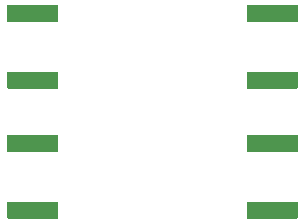
<source format=gbr>
G04 #@! TF.GenerationSoftware,KiCad,Pcbnew,(5.1.7)-1*
G04 #@! TF.CreationDate,2020-11-10T17:22:49+01:00*
G04 #@! TF.ProjectId,137_MHz_BPF_2nd_Order,3133375f-4d48-47a5-9f42-50465f326e64,rev?*
G04 #@! TF.SameCoordinates,Original*
G04 #@! TF.FileFunction,Soldermask,Bot*
G04 #@! TF.FilePolarity,Negative*
%FSLAX46Y46*%
G04 Gerber Fmt 4.6, Leading zero omitted, Abs format (unit mm)*
G04 Created by KiCad (PCBNEW (5.1.7)-1) date 2020-11-10 17:22:49*
%MOMM*%
%LPD*%
G01*
G04 APERTURE LIST*
G04 APERTURE END LIST*
G36*
G01*
X30900000Y-60099200D02*
X35100000Y-60099200D01*
G75*
G02*
X35150800Y-60150000I0J-50800D01*
G01*
X35150800Y-61500000D01*
G75*
G02*
X35100000Y-61550800I-50800J0D01*
G01*
X30900000Y-61550800D01*
G75*
G02*
X30849200Y-61500000I0J50800D01*
G01*
X30849200Y-60150000D01*
G75*
G02*
X30900000Y-60099200I50800J0D01*
G01*
G37*
G36*
G01*
X30900000Y-54449200D02*
X35100000Y-54449200D01*
G75*
G02*
X35150800Y-54500000I0J-50800D01*
G01*
X35150800Y-55850000D01*
G75*
G02*
X35100000Y-55900800I-50800J0D01*
G01*
X30900000Y-55900800D01*
G75*
G02*
X30849200Y-55850000I0J50800D01*
G01*
X30849200Y-54500000D01*
G75*
G02*
X30900000Y-54449200I50800J0D01*
G01*
G37*
G36*
G01*
X55400000Y-61550800D02*
X51200000Y-61550800D01*
G75*
G02*
X51149200Y-61500000I0J50800D01*
G01*
X51149200Y-60150000D01*
G75*
G02*
X51200000Y-60099200I50800J0D01*
G01*
X55400000Y-60099200D01*
G75*
G02*
X55450800Y-60150000I0J-50800D01*
G01*
X55450800Y-61500000D01*
G75*
G02*
X55400000Y-61550800I-50800J0D01*
G01*
G37*
G36*
G01*
X55400000Y-55900800D02*
X51200000Y-55900800D01*
G75*
G02*
X51149200Y-55850000I0J50800D01*
G01*
X51149200Y-54500000D01*
G75*
G02*
X51200000Y-54449200I50800J0D01*
G01*
X55400000Y-54449200D01*
G75*
G02*
X55450800Y-54500000I0J-50800D01*
G01*
X55450800Y-55850000D01*
G75*
G02*
X55400000Y-55900800I-50800J0D01*
G01*
G37*
G36*
G01*
X30900000Y-65449200D02*
X35100000Y-65449200D01*
G75*
G02*
X35150800Y-65500000I0J-50800D01*
G01*
X35150800Y-66850000D01*
G75*
G02*
X35100000Y-66900800I-50800J0D01*
G01*
X30900000Y-66900800D01*
G75*
G02*
X30849200Y-66850000I0J50800D01*
G01*
X30849200Y-65500000D01*
G75*
G02*
X30900000Y-65449200I50800J0D01*
G01*
G37*
G36*
G01*
X30900000Y-71099200D02*
X35100000Y-71099200D01*
G75*
G02*
X35150800Y-71150000I0J-50800D01*
G01*
X35150800Y-72500000D01*
G75*
G02*
X35100000Y-72550800I-50800J0D01*
G01*
X30900000Y-72550800D01*
G75*
G02*
X30849200Y-72500000I0J50800D01*
G01*
X30849200Y-71150000D01*
G75*
G02*
X30900000Y-71099200I50800J0D01*
G01*
G37*
G36*
G01*
X55400000Y-66900800D02*
X51200000Y-66900800D01*
G75*
G02*
X51149200Y-66850000I0J50800D01*
G01*
X51149200Y-65500000D01*
G75*
G02*
X51200000Y-65449200I50800J0D01*
G01*
X55400000Y-65449200D01*
G75*
G02*
X55450800Y-65500000I0J-50800D01*
G01*
X55450800Y-66850000D01*
G75*
G02*
X55400000Y-66900800I-50800J0D01*
G01*
G37*
G36*
G01*
X55400000Y-72550800D02*
X51200000Y-72550800D01*
G75*
G02*
X51149200Y-72500000I0J50800D01*
G01*
X51149200Y-71150000D01*
G75*
G02*
X51200000Y-71099200I50800J0D01*
G01*
X55400000Y-71099200D01*
G75*
G02*
X55450800Y-71150000I0J-50800D01*
G01*
X55450800Y-72500000D01*
G75*
G02*
X55400000Y-72550800I-50800J0D01*
G01*
G37*
M02*

</source>
